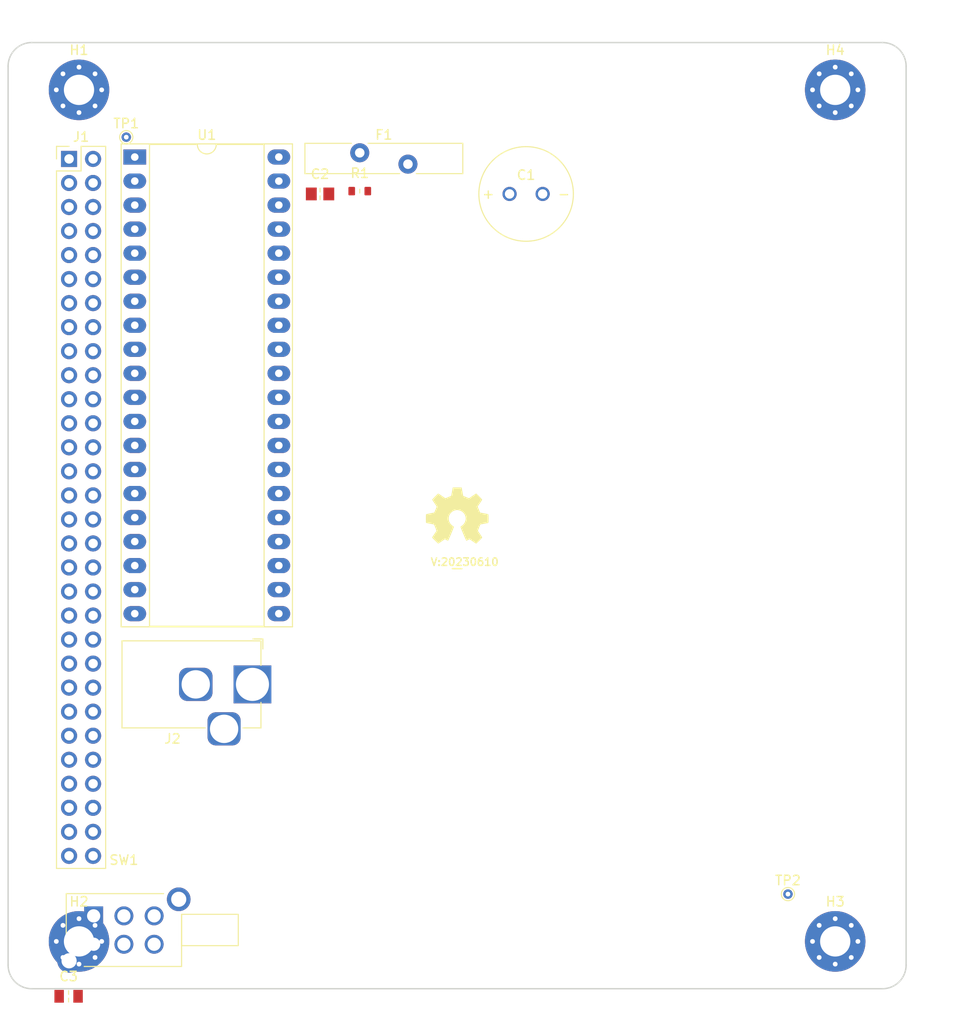
<source format=kicad_pcb>
(kicad_pcb (version 20211014) (generator pcbnew)
  (layers (0 "F.Cu" signal) (31 "B.Cu" signal) (34 "B.Paste" user) (35 "F.Paste" user) (36 "B.SilkS" user "B.Silkscreen") (37 "F.SilkS" user "F.Silkscreen") (38 "B.Mask" user) (39 "F.Mask" user) (44 "Edge.Cuts" user))
  (net 0 "")
  (net 1 "/VSS")
  (net 2 "/VDD")
  (net 3 "Net-(H1-Pad1)")
  (net 4 "Net-(F1-Pad1)")
  (net 59 "/A10")
  (net 61 "/A11")
  (net 62 "/A12")
  (net 63 "Net-(J2-Pad1)")
  (net 64 "Net-(J2-Pad2)")
  (net 83 "/A13")
  (net 84 "/A14")
  (net 85 "/A15")
  (net 86 "/D7")
  (net 87 "/D6")
  (net 88 "/D5")
  (net 89 "/D4")
  (net 90 "/D3")
  (net 91 "/D2")
  (net 92 "/D1")
  (net 93 "/D0")
  (footprint "Symbols:OSHW-Symbol_6.7x6mm_SilkScreen" (layer "F.Cu") (at 150 100)
    (fp_text reference "N1" hide)
    (fp_text value "OHWLOGO" hide)
    (fp_poly (pts (xy 0.555814 -2.531069) (xy 0.639635 -2.086445) (xy 0.94892 -1.958947) (xy 1.258206 -1.831449) (xy 1.629246 -2.083754) (xy 1.733157 -2.154004) (xy 1.827087 -2.216728) (xy 1.906652 -2.269062) (xy 1.96747 -2.308143) (xy 2.005157 -2.331107) (xy 2.015421 -2.336058) (xy 2.03391 -2.323324) (xy 2.07342 -2.288118) (xy 2.129522 -2.234938) (xy 2.197787 -2.168282) (xy 2.273786 -2.092646) (xy 2.353092 -2.012528) (xy 2.431275 -1.932426) (xy 2.503907 -1.856836) (xy 2.566559 -1.790255) (xy 2.614803 -1.737182) (xy 2.64421 -1.702113) (xy 2.651241 -1.690377) (xy 2.641123 -1.66874) (xy 2.612759 -1.621338) (xy 2.569129 -1.552807) (xy 2.513218 -1.467785) (xy 2.448006 -1.370907) (xy 2.410219 -1.31565) (xy 2.341343 -1.214752) (xy 2.28014 -1.123701) (xy 2.229578 -1.04703) (xy 2.192628 -0.989272) (xy 2.172258 -0.954957) (xy 2.169197 -0.947746) (xy 2.176136 -0.927252) (xy 2.195051 -0.879487) (xy 2.223087 -0.811168) (xy 2.257391 -0.729011) (xy 2.295109 -0.63973) (xy 2.333387 -0.550042) (xy 2.36937 -0.466662) (xy 2.400206 -0.396306) (xy 2.423039 -0.34569) (xy 2.435017 -0.321529) (xy 2.435724 -0.320578) (xy 2.454531 -0.315964) (xy 2.504618 -0.305672) (xy 2.580793 -0.290713) (xy 2.677865 -0.272099) (xy 2.790643 -0.250841) (xy 2.856442 -0.238582) (xy 2.97695 -0.215638) (xy 3.085797 -0.193805) (xy 3.177476 -0.174278) (xy 3.246481 -0.158252) (xy 3.287304 -0.146921) (xy 3.295511 -0.143326) (xy 3.303548 -0.118994) (xy 3.310033 -0.064041) (xy 3.31497 0.015108) (xy 3.318364 0.112026) (xy 3.320218 0.220287) (xy 3.320538 0.333465) (xy 3.319327 0.445135) (xy 3.31659 0.548868) (xy 3.312331 0.638241) (xy 3.306555 0.706826) (xy 3.299267 0.748197) (xy 3.294895 0.75681) (xy 3.268764 0.767133) (xy 3.213393 0.781892) (xy 3.136107 0.799352) (xy 3.04423 0.81778) (xy 3.012158 0.823741) (xy 2.857524 0.852066) (xy 2.735375 0.874876) (xy 2.641673 0.89308) (xy 2.572384 0.907583) (xy 2.523471 0.919292) (xy 2.490897 0.929115) (xy 2.470628 0.937956) (xy 2.458626 0.946724) (xy 2.456947 0.948457) (xy 2.440184 0.976371) (xy 2.414614 1.030695) (xy 2.382788 1.104777) (xy 2.34726 1.191965) (xy 2.310583 1.285608) (xy 2.275311 1.379052) (xy 2.243996 1.465647) (xy 2.219193 1.53874) (xy 2.203454 1.591678) (xy 2.199332 1.617811) (xy 2.199676 1.618726) (xy 2.213641 1.640086) (xy 2.245322 1.687084) (xy 2.291391 1.754827) (xy 2.348518 1.838423) (xy 2.413373 1.932982) (xy 2.431843 1.959854) (xy 2.497699 2.057275) (xy 2.55565 2.146163) (xy 2.602538 2.221412) (xy 2.635207 2.27792) (xy 2.6505 2.310581) (xy 2.651241 2.314593) (xy 2.638392 2.335684) (xy 2.602888 2.377464) (xy 2.549293 2.435445) (xy 2.482171 2.505135) (xy 2.406087 2.582045) (xy 2.325604 2.661683) (xy 2.245287 2.739561) (xy 2.169699 2.811186) (xy 2.103405 2.87207) (xy 2.050969 2.917721) (xy 2.016955 2.94365) (xy 2.007545 2.947883) (xy 1.985643 2.937912) (xy 1.9408 2.91102) (xy 1.880321 2.871736) (xy 1.833789 2.840117) (xy 1.749475 2.782098) (xy 1.649626 2.713784) (xy 1.549473 2.645579) (xy 1.495627 2.609075) (xy 1.313371 2.4858) (xy 1.160381 2.56852) (xy 1.090682 2.604759) (xy 1.031414 2.632926) (xy 0.991311 2.648991) (xy 0.981103 2.651226) (xy 0.968829 2.634722) (xy 0.944613 2.588082) (xy 0.910263 2.515609) (xy 0.867588 2.421606) (xy 0.818394 2.310374) (xy 0.76449 2.186215) (xy 0.707684 2.053432) (xy 0.649782 1.916327) (xy 0.592593 1.779202) (xy 0.537924 1.646358) (xy 0.487584 1.522098) (xy 0.44338 1.410725) (xy 0.407119 1.316539) (xy 0.380609 1.243844) (xy 0.365658 1.196941) (xy 0.363254 1.180833) (xy 0.382311 1.160286) (xy 0.424036 1.126933) (xy 0.479706 1.087702) (xy 0.484378 1.084599) (xy 0.628264 0.969423) (xy 0.744283 0.835053) (xy 0.83143 0.685784) (xy 0.888699 0.525913) (xy 0.915086 0.359737) (xy 0.909585 0.191552) (xy 0.87119 0.025655) (xy 0.798895 -0.133658) (xy 0.777626 -0.168513) (xy 0.666996 -0.309263) (xy 0.536302 -0.422286) (xy 0.390064 -0.506997) (xy 0.232808 -0.562806) (xy 0.069057 -0.589126) (xy -0.096667 -0.58537) (xy -0.259838 -0.55095) (xy -0.415935 -0.485277) (xy -0.560433 -0.387765) (xy -0.605131 -0.348187) (xy -0.718888 -0.224297) (xy -0.801782 -0.093876) (xy -0.858644 0.052315) (xy -0.890313 0.197088) (xy -0.898131 0.35986) (xy -0.872062 0.52344) (xy -0.814755 0.682298) (xy -0.728856 0.830906) (xy -0.617014 0.963735) (xy -0.481877 1.075256) (xy -0.464117 1.087011) (xy -0.40785 1.125508) (xy -0.365077 1.158863) (xy -0.344628 1.18016) (xy -0.344331 1.180833) (xy -0.348721 1.203871) (xy -0.366124 1.256157) (xy -0.394732 1.33339) (xy -0.432735 1.431268) (xy -0.478326 1.545491) (xy -0.529697 1.671758) (xy -0.585038 1.805767) (xy -0.642542 1.943218) (xy -0.700399 2.079808) (xy -0.756802 2.211237) (xy -0.809942 2.333205) (xy -0.85801 2.441409) (xy -0.899199 2.531549) (xy -0.931699 2.599323) (xy -0.953703 2.64043) (xy -0.962564 2.651226) (xy -0.98964 2.642819) (xy -1.040303 2.620272) (xy -1.105817 2.587613) (xy -1.141841 2.56852) (xy -1.294832 2.4858) (xy -1.477088 2.609075) (xy -1.570125 2.672228) (xy -1.671985 2.741727) (xy -1.767438 2.807165) (xy -1.81525 2.840117) (xy -1.882495 2.885273) (xy -1.939436 2.921057) (xy -1.978646 2.942938) (xy -1.991381 2.947563) (xy -2.009917 2.935085) (xy -2.050941 2.900252) (xy -2.110475 2.846678) (xy -2.184542 2.777983) (xy -2.269165 2.697781) (xy -2.322685 2.646286) (xy -2.416319 2.554286) (xy -2.497241 2.471999) (xy -2.562177 2.402945) (xy -2.607858 2.350644) (xy -2.631011 2.318616) (xy -2.633232 2.312116) (xy -2.622924 2.287394) (xy -2.594439 2.237405) (xy -2.550937 2.167212) (xy -2.495577 2.081875) (xy -2.43152 1.986456) (xy -2.413303 1.959854) (xy -2.346927 1.863167) (xy -2.287378 1.776117) (xy -2.237984 1.703595) (xy -2.202075 1.650493) (xy -2.182981 1.621703) (xy -2.181136 1.618726) (xy -2.183895 1.595782) (xy -2.198538 1.545336) (xy -2.222513 1.474041) (xy -2.253266 1.388547) (xy -2.288244 1.295507) (xy -2.324893 1.201574) (xy -2.360661 1.113399) (xy -2.392994 1.037634) (xy -2.419338 0.980931) (xy -2.437142 0.949943) (xy -2.438407 0.948457) (xy -2.449294 0.939601) (xy -2.467682 0.930843) (xy -2.497606 0.921277) (xy -2.543103 0.909996) (xy -2.608209 0.896093) (xy -2.696961 0.878663) (xy -2.813393 0.856798) (xy -2.961542 0.829591) (xy -2.993618 0.823741) (xy -3.088686 0.805374) (xy -3.171565 0.787405) (xy -3.23493 0.771569) (xy -3.271458 0.7596) (xy -3.276356 0.75681) (xy -3.284427 0.732072) (xy -3.290987 0.67679) (xy -3.296033 0.597389) (xy -3.299559 0.500296) (xy -3.301561 0.391938) (xy -3.302036 0.27874) (xy -3.300977 0.167128) (xy -3.298382 0.063529) (xy -3.294246 -0.025632) (xy -3.288563 -0.093928) (xy -3.281331 -0.134934) (xy -3.276971 -0.143326) (xy -3.252698 -0.151792) (xy -3.197426 -0.165565) (xy -3.116662 -0.18345) (xy -3.015912 -0.204252) (xy -2.900683 -0.226777) (xy -2.837902 -0.238582) (xy -2.718787 -0.260849) (xy -2.612565 -0.281021) (xy -2.524427 -0.298085) (xy -2.459566 -0.311031) (xy -2.423174 -0.318845) (xy -2.417184 -0.320578) (xy -2.407061 -0.34011) (xy -2.385662 -0.387157) (xy -2.355839 -0.454997) (xy -2.320445 -0.536909) (xy -2.282332 -0.626172) (xy -2.244353 -0.716065) (xy -2.20936 -0.799865) (xy -2.180206 -0.870853) (xy -2.159743 -0.922306) (xy -2.150823 -0.947503) (xy -2.150657 -0.948604) (xy -2.160769 -0.968481) (xy -2.189117 -1.014223) (xy -2.232723 -1.081283) (xy -2.288606 -1.165116) (xy -2.353787 -1.261174) (xy -2.391679 -1.31635) (xy -2.460725 -1.417519) (xy -2.52205 -1.50937) (xy -2.572663 -1.587256) (xy -2.609571 -1.646531) (xy -2.629782 -1.682549) (xy -2.632701 -1.690623) (xy -2.620153 -1.709416) (xy -2.585463 -1.749543) (xy -2.533063 -1.806507) (xy -2.467384 -1.875815) (xy -2.392856 -1.952969) (xy -2.313913 -2.033475) (xy -2.234983 -2.112837) (xy -2.1605 -2.18656) (xy -2.094894 -2.250148) (xy -2.042596 -2.299106) (xy -2.008039 -2.328939) (xy -1.996478 -2.336058) (xy -1.977654 -2.326047) (xy -1.932631 -2.297922) (xy -1.865787 -2.254546) (xy -1.781499 -2.198782) (xy -1.684144 -2.133494) (xy -1.610707 -2.083754) (xy -1.239667 -1.831449) (xy -0.621095 -2.086445) (xy -0.537275 -2.531069) (xy -0.453454 -2.975693) (xy 0.471994 -2.975693) (xy 0.555814 -2.531069)) (layer "F.SilkS") (width 0.01) (fill solid))
  )
  (footprint "SquantorLabels:Label_Generic" (layer "F.Cu") (at 150 105)
    (fp_text reference "N2" hide)
    (fp_text value "V:20230610" (at 0.8 -0.1) (layer "F.SilkS") (effects (font (size 0.8 0.8))))
    (fp_line (start -0.5 0.6) (end 0.5 0.6) (layer "F.SilkS") (width 0.15))
  )
  (footprint "MountingHole:MountingHole_3.2mm_M3_Pad_Via" (layer "F.Cu") (at 110 55)
    (fp_text reference "H1" (at 0 -4.2) (layer "F.SilkS"))
    (fp_text value "M3")
    (pad "1" thru_hole circle locked (at 1.697056 1.697056) (size 0.8 0.8) (drill 0.5) (layers *.Cu *.Mask) (net 3 "Net-(H1-Pad1)"))
    (pad "1" thru_hole circle locked (at -1.697056 -1.697056) (size 0.8 0.8) (drill 0.5) (layers *.Cu *.Mask) (net 3 "Net-(H1-Pad1)"))
    (pad "1" thru_hole circle locked (at -1.697056 1.697056) (size 0.8 0.8) (drill 0.5) (layers *.Cu *.Mask) (net 3 "Net-(H1-Pad1)"))
    (pad "1" thru_hole circle locked (at 2.4 0) (size 0.8 0.8) (drill 0.5) (layers *.Cu *.Mask) (net 3 "Net-(H1-Pad1)"))
    (pad "1" thru_hole circle locked (at 0 0) (size 6.4 6.4) (drill 3.2) (layers *.Cu *.Mask) (net 3 "Net-(H1-Pad1)"))
    (pad "1" thru_hole circle locked (at 0 -2.4) (size 0.8 0.8) (drill 0.5) (layers *.Cu *.Mask) (net 3 "Net-(H1-Pad1)"))
    (pad "1" thru_hole circle locked (at 1.697056 -1.697056) (size 0.8 0.8) (drill 0.5) (layers *.Cu *.Mask) (net 3 "Net-(H1-Pad1)"))
    (pad "1" thru_hole circle locked (at 0 2.4) (size 0.8 0.8) (drill 0.5) (layers *.Cu *.Mask) (net 3 "Net-(H1-Pad1)"))
    (pad "1" thru_hole circle locked (at -2.4 0) (size 0.8 0.8) (drill 0.5) (layers *.Cu *.Mask) (net 3 "Net-(H1-Pad1)"))
  )
  (footprint "MountingHole:MountingHole_3.2mm_M3_Pad_Via" (layer "F.Cu") (at 110 145)
    (fp_text reference "H2" (at 0 -4.2) (layer "F.SilkS"))
    (fp_text value "M3")
    (pad "1" thru_hole circle locked (at 0 -2.4) (size 0.8 0.8) (drill 0.5) (layers *.Cu *.Mask))
    (pad "1" thru_hole circle locked (at 1.697056 1.697056) (size 0.8 0.8) (drill 0.5) (layers *.Cu *.Mask))
    (pad "1" thru_hole circle locked (at -1.697056 1.697056) (size 0.8 0.8) (drill 0.5) (layers *.Cu *.Mask))
    (pad "1" thru_hole circle locked (at 1.697056 -1.697056) (size 0.8 0.8) (drill 0.5) (layers *.Cu *.Mask))
    (pad "1" thru_hole circle locked (at 2.4 0) (size 0.8 0.8) (drill 0.5) (layers *.Cu *.Mask))
    (pad "1" thru_hole circle locked (at -2.4 0) (size 0.8 0.8) (drill 0.5) (layers *.Cu *.Mask))
    (pad "1" thru_hole circle locked (at 0 2.4) (size 0.8 0.8) (drill 0.5) (layers *.Cu *.Mask))
    (pad "1" thru_hole circle locked (at 0 0) (size 6.4 6.4) (drill 3.2) (layers *.Cu *.Mask))
    (pad "1" thru_hole circle locked (at -1.697056 -1.697056) (size 0.8 0.8) (drill 0.5) (layers *.Cu *.Mask))
  )
  (footprint "MountingHole:MountingHole_3.2mm_M3_Pad_Via" (layer "F.Cu") (at 190 145)
    (fp_text reference "H3" (at 0 -4.2) (layer "F.SilkS"))
    (fp_text value "M3")
    (pad "1" thru_hole circle locked (at -2.4 0) (size 0.8 0.8) (drill 0.5) (layers *.Cu *.Mask))
    (pad "1" thru_hole circle locked (at 0 0) (size 6.4 6.4) (drill 3.2) (layers *.Cu *.Mask))
    (pad "1" thru_hole circle locked (at 2.4 0) (size 0.8 0.8) (drill 0.5) (layers *.Cu *.Mask))
    (pad "1" thru_hole circle locked (at 1.697056 1.697056) (size 0.8 0.8) (drill 0.5) (layers *.Cu *.Mask))
    (pad "1" thru_hole circle locked (at -1.697056 -1.697056) (size 0.8 0.8) (drill 0.5) (layers *.Cu *.Mask))
    (pad "1" thru_hole circle locked (at 0 2.4) (size 0.8 0.8) (drill 0.5) (layers *.Cu *.Mask))
    (pad "1" thru_hole circle locked (at -1.697056 1.697056) (size 0.8 0.8) (drill 0.5) (layers *.Cu *.Mask))
    (pad "1" thru_hole circle locked (at 1.697056 -1.697056) (size 0.8 0.8) (drill 0.5) (layers *.Cu *.Mask))
    (pad "1" thru_hole circle locked (at 0 -2.4) (size 0.8 0.8) (drill 0.5) (layers *.Cu *.Mask))
  )
  (footprint "MountingHole:MountingHole_3.2mm_M3_Pad_Via" (layer "F.Cu") (at 190 55)
    (fp_text reference "H4" (at 0 -4.2) (layer "F.SilkS"))
    (fp_text value "M3")
    (pad "1" thru_hole circle locked (at 1.697056 1.697056) (size 0.8 0.8) (drill 0.5) (layers *.Cu *.Mask))
    (pad "1" thru_hole circle locked (at 0 2.4) (size 0.8 0.8) (drill 0.5) (layers *.Cu *.Mask))
    (pad "1" thru_hole circle locked (at 2.4 0) (size 0.8 0.8) (drill 0.5) (layers *.Cu *.Mask))
    (pad "1" thru_hole circle locked (at -2.4 0) (size 0.8 0.8) (drill 0.5) (layers *.Cu *.Mask))
    (pad "1" thru_hole circle locked (at 0 0) (size 6.4 6.4) (drill 3.2) (layers *.Cu *.Mask))
    (pad "1" thru_hole circle locked (at 1.697056 -1.697056) (size 0.8 0.8) (drill 0.5) (layers *.Cu *.Mask))
    (pad "1" thru_hole circle locked (at 0 -2.4) (size 0.8 0.8) (drill 0.5) (layers *.Cu *.Mask))
    (pad "1" thru_hole circle locked (at -1.697056 -1.697056) (size 0.8 0.8) (drill 0.5) (layers *.Cu *.Mask))
    (pad "1" thru_hole circle locked (at -1.697056 1.697056) (size 0.8 0.8) (drill 0.5) (layers *.Cu *.Mask))
  )
  (footprint "TestPoint:TestPoint_THTPad_D1.0mm_Drill0.5mm" (layer "F.Cu") (at 115 60)
    (fp_text reference "TP1" (at 0 -1.448) (layer "F.SilkS"))
    (fp_text value "testpad")
    (fp_circle (center 0 0) (end 0 0.7) (layer "F.SilkS") (width 0.12) (fill none))
    (pad "1" thru_hole circle locked (at 0 0) (size 1 1) (drill 0.5) (layers *.Cu *.Mask) (net 1 "/VSS"))
  )
  (footprint "TestPoint:TestPoint_THTPad_D1.0mm_Drill0.5mm" (layer "F.Cu") (at 185 140)
    (fp_text reference "TP2" (at 0 -1.448) (layer "F.SilkS"))
    (fp_text value "testpad")
    (fp_circle (center 0 0) (end 0 0.7) (layer "F.SilkS") (width 0.12) (fill none))
    (pad "1" thru_hole circle locked (at 0 0) (size 1 1) (drill 0.5) (layers *.Cu *.Mask) (net 1 "/VSS"))
  )
  (footprint "Package_DIP:DIP-40_W15.24mm_Socket_LongPads" (layer "F.Cu") (at 115.9 62.1)
    (fp_text reference "U1" (at 7.62 -2.33) (layer "F.SilkS"))
    (fp_text value "6502")
    (fp_line (start 6.62 -1.33) (end 1.56 -1.33) (layer "F.SilkS") (width 0.12))
    (fp_line (start 1.56 49.59) (end 13.68 49.59) (layer "F.SilkS") (width 0.12))
    (fp_line (start -1.44 49.65) (end 16.68 49.65) (layer "F.SilkS") (width 0.12))
    (fp_line (start 13.68 49.59) (end 13.68 -1.33) (layer "F.SilkS") (width 0.12))
    (fp_line (start 16.68 -1.39) (end -1.44 -1.39) (layer "F.SilkS") (width 0.12))
    (fp_line (start 1.56 -1.33) (end 1.56 49.59) (layer "F.SilkS") (width 0.12))
    (fp_line (start -1.44 -1.39) (end -1.44 49.65) (layer "F.SilkS") (width 0.12))
    (fp_line (start 16.68 49.65) (end 16.68 -1.39) (layer "F.SilkS") (width 0.12))
    (fp_line (start 13.68 -1.33) (end 8.62 -1.33) (layer "F.SilkS") (width 0.12))
    (fp_arc (start 8.62 -1.33) (mid 7.62 -0.33) (end 6.62 -1.33) (layer "F.SilkS") (width 0.12))
    (pad "1" thru_hole rect (at 0 0) (size 2.4 1.6) (drill 0.8) (layers *.Cu *.Mask) (net 1 "/VSS"))
    (pad "2" thru_hole oval (at 0 2.54) (size 2.4 1.6) (drill 0.8) (layers *.Cu *.Mask))
    (pad "3" thru_hole oval (at 0 5.08) (size 2.4 1.6) (drill 0.8) (layers *.Cu *.Mask))
    (pad "4" thru_hole oval (at 0 7.62) (size 2.4 1.6) (drill 0.8) (layers *.Cu *.Mask))
    (pad "5" thru_hole oval (at 0 10.16) (size 2.4 1.6) (drill 0.8) (layers *.Cu *.Mask))
    (pad "6" thru_hole oval (at 0 12.7) (size 2.4 1.6) (drill 0.8) (layers *.Cu *.Mask))
    (pad "7" thru_hole oval (at 0 15.24) (size 2.4 1.6) (drill 0.8) (layers *.Cu *.Mask))
    (pad "8" thru_hole oval (at 0 17.78) (size 2.4 1.6) (drill 0.8) (layers *.Cu *.Mask) (net 2 "/VDD"))
    (pad "9" thru_hole oval (at 0 20.32) (size 2.4 1.6) (drill 0.8) (layers *.Cu *.Mask))
    (pad "10" thru_hole oval (at 0 22.86) (size 2.4 1.6) (drill 0.8) (layers *.Cu *.Mask))
    (pad "11" thru_hole oval (at 0 25.4) (size 2.4 1.6) (drill 0.8) (layers *.Cu *.Mask))
    (pad "12" thru_hole oval (at 0 27.94) (size 2.4 1.6) (drill 0.8) (layers *.Cu *.Mask))
    (pad "13" thru_hole oval (at 0 30.48) (size 2.4 1.6) (drill 0.8) (layers *.Cu *.Mask))
    (pad "14" thru_hole oval (at 0 33.02) (size 2.4 1.6) (drill 0.8) (layers *.Cu *.Mask))
    (pad "15" thru_hole oval (at 0 35.56) (size 2.4 1.6) (drill 0.8) (layers *.Cu *.Mask))
    (pad "16" thru_hole oval (at 0 38.1) (size 2.4 1.6) (drill 0.8) (layers *.Cu *.Mask))
    (pad "17" thru_hole oval (at 0 40.64) (size 2.4 1.6) (drill 0.8) (layers *.Cu *.Mask))
    (pad "18" thru_hole oval (at 0 43.18) (size 2.4 1.6) (drill 0.8) (layers *.Cu *.Mask))
    (pad "19" thru_hole oval (at 0 45.72) (size 2.4 1.6) (drill 0.8) (layers *.Cu *.Mask) (net 59 "/A10"))
    (pad "20" thru_hole oval (at 0 48.26) (size 2.4 1.6) (drill 0.8) (layers *.Cu *.Mask) (net 61 "/A11"))
    (pad "21" thru_hole oval (at 15.24 48.26) (size 2.4 1.6) (drill 0.8) (layers *.Cu *.Mask) (net 1 "/VSS"))
    (pad "22" thru_hole oval (at 15.24 45.72) (size 2.4 1.6) (drill 0.8) (layers *.Cu *.Mask) (net 62 "/A12"))
    (pad "23" thru_hole oval (at 15.24 43.18) (size 2.4 1.6) (drill 0.8) (layers *.Cu *.Mask) (net 83 "/A13"))
    (pad "24" thru_hole oval (at 15.24 40.64) (size 2.4 1.6) (drill 0.8) (layers *.Cu *.Mask) (net 84 "/A14"))
    (pad "25" thru_hole oval (at 15.24 38.1) (size 2.4 1.6) (drill 0.8) (layers *.Cu *.Mask) (net 85 "/A15"))
    (pad "26" thru_hole oval (at 15.24 35.56) (size 2.4 1.6) (drill 0.8) (layers *.Cu *.Mask) (net 86 "/D7"))
    (pad "27" thru_hole oval (at 15.24 33.02) (size 2.4 1.6) (drill 0.8) (layers *.Cu *.Mask) (net 87 "/D6"))
    (pad "28" thru_hole oval (at 15.24 30.48) (size 2.4 1.6) (drill 0.8) (layers *.Cu *.Mask) (net 88 "/D5"))
    (pad "29" thru_hole oval (at 15.24 27.94) (size 2.4 1.6) (drill 0.8) (layers *.Cu *.Mask) (net 89 "/D4"))
    (pad "30" thru_hole oval (at 15.24 25.4) (size 2.4 1.6) (drill 0.8) (layers *.Cu *.Mask) (net 90 "/D3"))
    (pad "31" thru_hole oval (at 15.24 22.86) (size 2.4 1.6) (drill 0.8) (layers *.Cu *.Mask) (net 91 "/D2"))
    (pad "32" thru_hole oval (at 15.24 20.32) (size 2.4 1.6) (drill 0.8) (layers *.Cu *.Mask) (net 92 "/D1"))
    (pad "33" thru_hole oval (at 15.24 17.78) (size 2.4 1.6) (drill 0.8) (layers *.Cu *.Mask) (net 93 "/D0"))
    (pad "34" thru_hole oval (at 15.24 15.24) (size 2.4 1.6) (drill 0.8) (layers *.Cu *.Mask))
    (pad "35" thru_hole oval (at 15.24 12.7) (size 2.4 1.6) (drill 0.8) (layers *.Cu *.Mask))
    (pad "36" thru_hole oval (at 15.24 10.16) (size 2.4 1.6) (drill 0.8) (layers *.Cu *.Mask))
    (pad "37" thru_hole oval (at 15.24 7.62) (size 2.4 1.6) (drill 0.8) (layers *.Cu *.Mask))
    (pad "38" thru_hole oval (at 15.24 5.08) (size 2.4 1.6) (drill 0.8) (layers *.Cu *.Mask))
    (pad "39" thru_hole oval (at 15.24 2.54) (size 2.4 1.6) (drill 0.8) (layers *.Cu *.Mask))
    (pad "40" thru_hole oval (at 15.24 0) (size 2.4 1.6) (drill 0.8) (layers *.Cu *.Mask))
  )
  (footprint "Connector_PinHeader_2.54mm:PinHeader_2x30_P2.54mm_Vertical" (layer "F.Cu") (at 108.95 62.3)
    (fp_text reference "J1" (at 1.27 -2.33) (layer "F.SilkS"))
    (fp_text value "Conn_02x30_Odd_Even")
    (fp_line (start -1.33 1.27) (end -1.33 74.99) (layer "F.SilkS") (width 0.12))
    (fp_line (start 1.27 -1.33) (end 3.87 -1.33) (layer "F.SilkS") (width 0.12))
    (fp_line (start 3.87 -1.33) (end 3.87 74.99) (layer "F.SilkS") (width 0.12))
    (fp_line (start -1.33 74.99) (end 3.87 74.99) (layer "F.SilkS") (width 0.12))
    (fp_line (start -1.33 0) (end -1.33 -1.33) (layer "F.SilkS") (width 0.12))
    (fp_line (start 1.27 1.27) (end 1.27 -1.33) (layer "F.SilkS") (width 0.12))
    (fp_line (start -1.33 1.27) (end 1.27 1.27) (layer "F.SilkS") (width 0.12))
    (fp_line (start -1.33 -1.33) (end 0 -1.33) (layer "F.SilkS") (width 0.12))
    (pad "1" thru_hole rect (at 0 0) (size 1.7 1.7) (drill 1) (layers *.Cu *.Mask))
    (pad "2" thru_hole oval (at 2.54 0) (size 1.7 1.7) (drill 1) (layers *.Cu *.Mask))
    (pad "3" thru_hole oval (at 0 2.54) (size 1.7 1.7) (drill 1) (layers *.Cu *.Mask))
    (pad "4" thru_hole oval (at 2.54 2.54) (size 1.7 1.7) (drill 1) (layers *.Cu *.Mask))
    (pad "5" thru_hole oval (at 0 5.08) (size 1.7 1.7) (drill 1) (layers *.Cu *.Mask))
    (pad "6" thru_hole oval (at 2.54 5.08) (size 1.7 1.7) (drill 1) (layers *.Cu *.Mask))
    (pad "7" thru_hole oval (at 0 7.62) (size 1.7 1.7) (drill 1) (layers *.Cu *.Mask))
    (pad "8" thru_hole oval (at 2.54 7.62) (size 1.7 1.7) (drill 1) (layers *.Cu *.Mask))
    (pad "9" thru_hole oval (at 0 10.16) (size 1.7 1.7) (drill 1) (layers *.Cu *.Mask))
    (pad "10" thru_hole oval (at 2.54 10.16) (size 1.7 1.7) (drill 1) (layers *.Cu *.Mask))
    (pad "11" thru_hole oval (at 0 12.7) (size 1.7 1.7) (drill 1) (layers *.Cu *.Mask))
    (pad "12" thru_hole oval (at 2.54 12.7) (size 1.7 1.7) (drill 1) (layers *.Cu *.Mask))
    (pad "13" thru_hole oval (at 0 15.24) (size 1.7 1.7) (drill 1) (layers *.Cu *.Mask))
    (pad "14" thru_hole oval (at 2.54 15.24) (size 1.7 1.7) (drill 1) (layers *.Cu *.Mask))
    (pad "15" thru_hole oval (at 0 17.78) (size 1.7 1.7) (drill 1) (layers *.Cu *.Mask))
    (pad "16" thru_hole oval (at 2.54 17.78) (size 1.7 1.7) (drill 1) (layers *.Cu *.Mask))
    (pad "17" thru_hole oval (at 0 20.32) (size 1.7 1.7) (drill 1) (layers *.Cu *.Mask))
    (pad "18" thru_hole oval (at 2.54 20.32) (size 1.7 1.7) (drill 1) (layers *.Cu *.Mask))
    (pad "19" thru_hole oval (at 0 22.86) (size 1.7 1.7) (drill 1) (layers *.Cu *.Mask))
    (pad "20" thru_hole oval (at 2.54 22.86) (size 1.7 1.7) (drill 1) (layers *.Cu *.Mask))
    (pad "21" thru_hole oval (at 0 25.4) (size 1.7 1.7) (drill 1) (layers *.Cu *.Mask))
    (pad "22" thru_hole oval (at 2.54 25.4) (size 1.7 1.7) (drill 1) (layers *.Cu *.Mask))
    (pad "23" thru_hole oval (at 0 27.94) (size 1.7 1.7) (drill 1) (layers *.Cu *.Mask))
    (pad "24" thru_hole oval (at 2.54 27.94) (size 1.7 1.7) (drill 1) (layers *.Cu *.Mask))
    (pad "25" thru_hole oval (at 0 30.48) (size 1.7 1.7) (drill 1) (layers *.Cu *.Mask))
    (pad "26" thru_hole oval (at 2.54 30.48) (size 1.7 1.7) (drill 1) (layers *.Cu *.Mask))
    (pad "27" thru_hole oval (at 0 33.02) (size 1.7 1.7) (drill 1) (layers *.Cu *.Mask))
    (pad "28" thru_hole oval (at 2.54 33.02) (size 1.7 1.7) (drill 1) (layers *.Cu *.Mask))
    (pad "29" thru_hole oval (at 0 35.56) (size 1.7 1.7) (drill 1) (layers *.Cu *.Mask))
    (pad "30" thru_hole oval (at 2.54 35.56) (size 1.7 1.7) (drill 1) (layers *.Cu *.Mask))
    (pad "31" thru_hole oval (at 0 38.1) (size 1.7 1.7) (drill 1) (layers *.Cu *.Mask))
    (pad "32" thru_hole oval (at 2.54 38.1) (size 1.7 1.7) (drill 1) (layers *.Cu *.Mask))
    (pad "33" thru_hole oval (at 0 40.64) (size 1.7 1.7) (drill 1) (layers *.Cu *.Mask))
    (pad "34" thru_hole oval (at 2.54 40.64) (size 1.7 1.7) (drill 1) (layers *.Cu *.Mask))
    (pad "35" thru_hole oval (at 0 43.18) (size 1.7 1.7) (drill 1) (layers *.Cu *.Mask))
    (pad "36" thru_hole oval (at 2.54 43.18) (size 1.7 1.7) (drill 1) (layers *.Cu *.Mask))
    (pad "37" thru_hole oval (at 0 45.72) (size 1.7 1.7) (drill 1) (layers *.Cu *.Mask))
    (pad "38" thru_hole oval (at 2.54 45.72) (size 1.7 1.7) (drill 1) (layers *.Cu *.Mask))
    (pad "39" thru_hole oval (at 0 48.26) (size 1.7 1.7) (drill 1) (layers *.Cu *.Mask))
    (pad "40" thru_hole oval (at 2.54 48.26) (size 1.7 1.7) (drill 1) (layers *.Cu *.Mask))
    (pad "41" thru_hole oval (at 0 50.8) (size 1.7 1.7) (drill 1) (layers *.Cu *.Mask))
    (pad "42" thru_hole oval (at 2.54 50.8) (size 1.7 1.7) (drill 1) (layers *.Cu *.Mask))
    (pad "43" thru_hole oval (at 0 53.34) (size 1.7 1.7) (drill 1) (layers *.Cu *.Mask))
    (pad "44" thru_hole oval (at 2.54 53.34) (size 1.7 1.7) (drill 1) (layers *.Cu *.Mask))
    (pad "45" thru_hole oval (at 0 55.88) (size 1.7 1.7) (drill 1) (layers *.Cu *.Mask))
    (pad "46" thru_hole oval (at 2.54 55.88) (size 1.7 1.7) (drill 1) (layers *.Cu *.Mask))
    (pad "47" thru_hole oval (at 0 58.42) (size 1.7 1.7) (drill 1) (layers *.Cu *.Mask))
    (pad "48" thru_hole oval (at 2.54 58.42) (size 1.7 1.7) (drill 1) (layers *.Cu *.Mask))
    (pad "49" thru_hole oval (at 0 60.96) (size 1.7 1.7) (drill 1) (layers *.Cu *.Mask))
    (pad "50" thru_hole oval (at 2.54 60.96) (size 1.7 1.7) (drill 1) (layers *.Cu *.Mask))
    (pad "51" thru_hole oval (at 0 63.5) (size 1.7 1.7) (drill 1) (layers *.Cu *.Mask))
    (pad "52" thru_hole oval (at 2.54 63.5) (size 1.7 1.7) (drill 1) (layers *.Cu *.Mask))
    (pad "53" thru_hole oval (at 0 66.04) (size 1.7 1.7) (drill 1) (layers *.Cu *.Mask))
    (pad "54" thru_hole oval (at 2.54 66.04) (size 1.7 1.7) (drill 1) (layers *.Cu *.Mask))
    (pad "55" thru_hole oval (at 0 68.58) (size 1.7 1.7) (drill 1) (layers *.Cu *.Mask) (net 59 "/A10"))
    (pad "56" thru_hole oval (at 2.54 68.58) (size 1.7 1.7) (drill 1) (layers *.Cu *.Mask))
    (pad "57" thru_hole oval (at 0 71.12) (size 1.7 1.7) (drill 1) (layers *.Cu *.Mask) (net 61 "/A11"))
    (pad "58" thru_hole oval (at 2.54 71.12) (size 1.7 1.7) (drill 1) (layers *.Cu *.Mask) (net 62 "/A12"))
    (pad "59" thru_hole oval (at 0 73.66) (size 1.7 1.7) (drill 1) (layers *.Cu *.Mask) (net 1 "/VSS"))
    (pad "60" thru_hole oval (at 2.54 73.66) (size 1.7 1.7) (drill 1) (layers *.Cu *.Mask) (net 1 "/VSS"))
  )
  (footprint "SquantorRcl:C-035-100-elco" (layer "F.Cu") (at 157.3 66)
    (fp_text reference "C1" (at 0 -2 unlocked) (layer "F.SilkS"))
    (fp_text value "1000u 10V")
    (fp_text user "-" (at 4 0 unlocked) (layer "F.SilkS"))
    (fp_text user "+" (at -4 0 unlocked) (layer "F.SilkS"))
    (fp_circle (center 0 0) (end 5 0) (layer "F.SilkS") (width 0.12) (fill none))
    (pad "1" thru_hole circle (at -1.75 0) (size 1.5 1.5) (drill 1) (layers *.Cu *.Mask) (net 2 "/VDD"))
    (pad "2" thru_hole circle (at 1.75 0) (size 1.5 1.5) (drill 1) (layers *.Cu *.Mask) (net 1 "/VSS"))
  )
  (footprint "SquantorConnectors:BarrelJack_Horizontal_Holed" (layer "F.Cu") (at 128.35 117.835)
    (fp_text reference "J2" (at -8.45 5.75) (layer "F.SilkS"))
    (fp_text value "Barrel_Jack_Switch")
    (fp_line (start -13.8 4.6) (end -13.8 -4.6) (layer "F.SilkS") (width 0.12))
    (fp_line (start -13.8 -4.6) (end 0.9 -4.6) (layer "F.SilkS") (width 0.12))
    (fp_line (start 0.05 -4.8) (end 1.1 -4.8) (layer "F.SilkS") (width 0.12))
    (fp_line (start 0.9 4.6) (end -1 4.6) (layer "F.SilkS") (width 0.12))
    (fp_line (start -5 4.6) (end -13.8 4.6) (layer "F.SilkS") (width 0.12))
    (fp_line (start 1.1 -3.75) (end 1.1 -4.8) (layer "F.SilkS") (width 0.12))
    (fp_line (start 0.9 -4.6) (end 0.9 -2) (layer "F.SilkS") (width 0.12))
    (fp_line (start 0.9 1.9) (end 0.9 4.6) (layer "F.SilkS") (width 0.12))
    (pad "1" thru_hole rect (at 0 0) (size 4 4) (drill 3.5) (layers *.Cu *.Mask) (net 63 "Net-(J2-Pad1)"))
    (pad "2" thru_hole roundrect (at -6 0) (size 3.54 3.5) (drill 3) (layers *.Cu *.Mask) (net 64 "Net-(J2-Pad2)"))
    (pad "3" thru_hole roundrect (at -3 4.7) (size 3.5 3.5) (drill 3) (layers *.Cu *.Mask) (net 64 "Net-(J2-Pad2)"))
  )
  (footprint "SquantorRcl:R_0603_hand" (layer "F.Cu") (at 139.7 65.7)
    (fp_text reference "R1" (at 0 -1.9) (layer "F.SilkS"))
    (fp_text value "10K")
    (fp_line (start 0 -0.2) (end 0 0.2) (layer "F.SilkS") (width 0.12))
    (pad "1" smd roundrect (at -0.85 0) (size 0.7 0.9) (layers "F.Cu" "F.Paste" "F.Mask") (roundrect_rratio 0.1428571429) (net 1 "/VSS"))
    (pad "2" smd roundrect (at 0.85 0) (size 0.7 0.9) (layers "F.Cu" "F.Paste" "F.Mask") (roundrect_rratio 0.1428571429) (net 3 "Net-(H1-Pad1)"))
  )
  (footprint "Fuse:Fuse_Bourns_MF-RG1000" (layer "F.Cu") (at 139.7 61.65)
    (fp_text reference "F1" (at 2.55 -1.9) (layer "F.SilkS"))
    (fp_text value "1A")
    (fp_line (start 0.879 -1) (end 10.9 -1) (layer "F.SilkS") (width 0.12))
    (fp_line (start -5.8 -1) (end -5.8 2.2) (layer "F.SilkS") (width 0.12))
    (fp_line (start -5.8 2.2) (end 4.222 2.2) (layer "F.SilkS") (width 0.12))
    (fp_line (start 10.9 -1) (end 10.9 2.2) (layer "F.SilkS") (width 0.12))
    (fp_line (start 5.979 2.2) (end 10.9 2.2) (layer "F.SilkS") (width 0.12))
    (fp_line (start -5.8 -1) (end -0.879 -1) (layer "F.SilkS") (width 0.12))
    (pad "1" thru_hole circle (at 0 0) (size 2.01 2.01) (drill 1.01) (layers *.Cu *.Mask) (net 4 "Net-(F1-Pad1)"))
    (pad "2" thru_hole circle (at 5.1 1.2) (size 2.01 2.01) (drill 1.01) (layers *.Cu *.Mask) (net 2 "/VDD"))
  )
  (footprint "SquantorRcl:C_0805+0603" (layer "F.Cu") (at 135.5 66)
    (fp_text reference "C2" (at 0 -2.1) (layer "F.SilkS"))
    (fp_text value "1u")
    (fp_line (start 0 0.6) (end 0 0.2) (layer "F.SilkS") (width 0.12))
    (fp_line (start 0 -0.6) (end 0 -0.2) (layer "F.SilkS") (width 0.12))
    (pad "1" smd rect (at -0.925 0) (size 1.15 1.35) (layers "F.Cu" "F.Paste" "F.Mask") (net 1 "/VSS"))
    (pad "2" smd rect (at 0.925 0) (size 1.15 1.35) (layers "F.Cu" "F.Paste" "F.Mask") (net 2 "/VDD"))
  )
  (footprint "SquantorRcl:C_0805" (layer "F.Cu") (at 108.9 150.8)
    (fp_text reference "C3" (at 0 -2.1) (layer "F.SilkS"))
    (fp_text value "10n")
    (fp_line (start 0 0.6) (end 0 0.2) (layer "F.SilkS") (width 0.12))
    (fp_line (start 0 -0.6) (end 0 -0.2) (layer "F.SilkS") (width 0.12))
    (pad "1" smd rect (at -1 0) (size 1 1.35) (layers "F.Cu" "F.Paste" "F.Mask") (net 1 "/VSS"))
    (pad "2" smd rect (at 1 0) (size 1 1.35) (layers "F.Cu" "F.Paste" "F.Mask") (net 3 "Net-(H1-Pad1)"))
  )
  (footprint "SquantorSwitches:PS-22F02" (layer "F.Cu") (at 114.75 143.8)
    (fp_text reference "SW1" (at 0 -7.4 unlocked) (layer "F.SilkS"))
    (fp_text value "switch_DPDT")
    (fp_line (start 4.2 -3.85) (end -6.1 -3.85) (layer "F.SilkS") (width 0.12))
    (fp_line (start 6.1 -1.6) (end 6.1 3.85) (layer "F.SilkS") (width 0.12))
    (fp_line (start -4.2 3.85) (end 6.1 3.85) (layer "F.SilkS") (width 0.12))
    (fp_line (start -6.1 1.6) (end -6.1 -3.85) (layer "F.SilkS") (width 0.12))
    (fp_rect (start 6.1 1.65) (end 12.1 -1.66) (layer "F.SilkS") (width 0.12) (fill none))
    (pad "1" thru_hole rect (at -3.2 -1.5) (size 2 2) (drill 1.4) (layers *.Cu *.Mask))
    (pad "2" thru_hole circle (at 0 -1.5) (size 2 2) (drill 1.4) (layers *.Cu *.Mask) (net 64 "Net-(J2-Pad2)"))
    (pad "3" thru_hole circle (at 3.2 -1.5) (size 2 2) (drill 1.4) (layers *.Cu *.Mask) (net 1 "/VSS"))
    (pad "4" thru_hole circle (at 3.2 1.5) (size 2 2) (drill 1.4) (layers *.Cu *.Mask) (net 4 "Net-(F1-Pad1)"))
    (pad "5" thru_hole circle (at 0 1.5) (size 2 2) (drill 1.4) (layers *.Cu *.Mask) (net 63 "Net-(J2-Pad1)"))
    (pad "6" thru_hole circle (at -3.2 1.5) (size 2 2) (drill 1.4) (layers *.Cu *.Mask))
    (pad "S" thru_hole circle (at -5.8 3.25) (size 2.5 2.5) (drill 1.6) (layers *.Cu *.Mask))
    (pad "S" thru_hole circle (at 5.8 -3.25) (size 2.5 2.5) (drill 1.6) (layers *.Cu *.Mask))
  )
  (gr_line (start 102.5 147.5) (end 102.5 52.5) (layer "Edge.Cuts") (width 0.15))
  (gr_line (start 105 50) (end 195 50) (layer "Edge.Cuts") (width 0.15))
  (gr_arc (start 105 150) (mid 103.232233 149.267767) (end 102.5 147.5) (layer "Edge.Cuts") (width 0.15))
  (gr_arc (start 195 50) (mid 196.767767 50.732233) (end 197.5 52.5) (layer "Edge.Cuts") (width 0.15))
  (gr_line (start 197.5 52.5) (end 197.5 147.5) (layer "Edge.Cuts") (width 0.15))
  (gr_line (start 195 150) (end 105 150) (layer "Edge.Cuts") (width 0.15))
  (gr_arc (start 102.5 52.5) (mid 103.232233 50.732233) (end 105 50) (layer "Edge.Cuts") (width 0.15))
  (gr_arc (start 197.5 147.5) (mid 196.767767 149.267767) (end 195 150) (layer "Edge.Cuts") (width 0.15))
)
</source>
